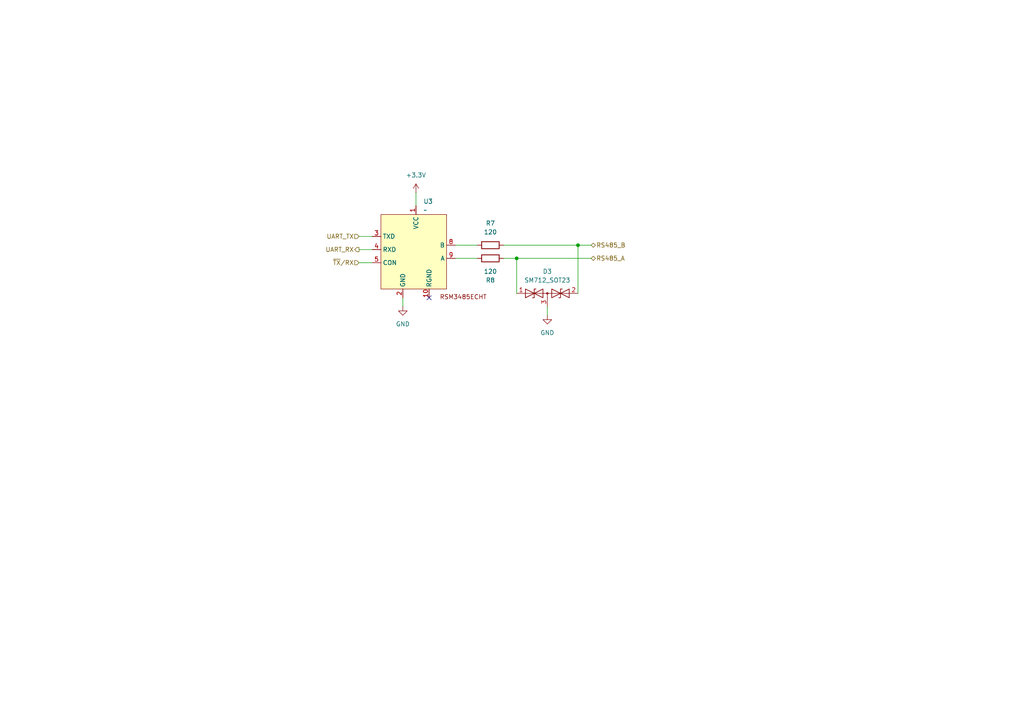
<source format=kicad_sch>
(kicad_sch
	(version 20250114)
	(generator "eeschema")
	(generator_version "9.0")
	(uuid "c598f9e5-ac1b-4a3e-bd6d-5579c1787fe4")
	(paper "A4")
	(lib_symbols
		(symbol "Device:R"
			(pin_numbers
				(hide yes)
			)
			(pin_names
				(offset 0)
			)
			(exclude_from_sim no)
			(in_bom yes)
			(on_board yes)
			(property "Reference" "R"
				(at 2.032 0 90)
				(effects
					(font
						(size 1.27 1.27)
					)
				)
			)
			(property "Value" "R"
				(at 0 0 90)
				(effects
					(font
						(size 1.27 1.27)
					)
				)
			)
			(property "Footprint" ""
				(at -1.778 0 90)
				(effects
					(font
						(size 1.27 1.27)
					)
					(hide yes)
				)
			)
			(property "Datasheet" "~"
				(at 0 0 0)
				(effects
					(font
						(size 1.27 1.27)
					)
					(hide yes)
				)
			)
			(property "Description" "Resistor"
				(at 0 0 0)
				(effects
					(font
						(size 1.27 1.27)
					)
					(hide yes)
				)
			)
			(property "ki_keywords" "R res resistor"
				(at 0 0 0)
				(effects
					(font
						(size 1.27 1.27)
					)
					(hide yes)
				)
			)
			(property "ki_fp_filters" "R_*"
				(at 0 0 0)
				(effects
					(font
						(size 1.27 1.27)
					)
					(hide yes)
				)
			)
			(symbol "R_0_1"
				(rectangle
					(start -1.016 -2.54)
					(end 1.016 2.54)
					(stroke
						(width 0.254)
						(type default)
					)
					(fill
						(type none)
					)
				)
			)
			(symbol "R_1_1"
				(pin passive line
					(at 0 3.81 270)
					(length 1.27)
					(name "~"
						(effects
							(font
								(size 1.27 1.27)
							)
						)
					)
					(number "1"
						(effects
							(font
								(size 1.27 1.27)
							)
						)
					)
				)
				(pin passive line
					(at 0 -3.81 90)
					(length 1.27)
					(name "~"
						(effects
							(font
								(size 1.27 1.27)
							)
						)
					)
					(number "2"
						(effects
							(font
								(size 1.27 1.27)
							)
						)
					)
				)
			)
			(embedded_fonts no)
		)
		(symbol "Diode:SM712_SOT23"
			(pin_names
				(offset 1.016)
				(hide yes)
			)
			(exclude_from_sim no)
			(in_bom yes)
			(on_board yes)
			(property "Reference" "D"
				(at 0 4.445 0)
				(effects
					(font
						(size 1.27 1.27)
					)
				)
			)
			(property "Value" "SM712_SOT23"
				(at 0 2.54 0)
				(effects
					(font
						(size 1.27 1.27)
					)
				)
			)
			(property "Footprint" "Package_TO_SOT_SMD:SOT-23"
				(at 0 -8.89 0)
				(effects
					(font
						(size 1.27 1.27)
					)
					(hide yes)
				)
			)
			(property "Datasheet" "https://www.littelfuse.com/~/media/electronics/datasheets/tvs_diode_arrays/littelfuse_tvs_diode_array_sm712_datasheet.pdf.pdf"
				(at -3.81 0 0)
				(effects
					(font
						(size 1.27 1.27)
					)
					(hide yes)
				)
			)
			(property "Description" "7V/12V, 600W Asymmetrical TVS Diode Array, SOT-23"
				(at 0 0 0)
				(effects
					(font
						(size 1.27 1.27)
					)
					(hide yes)
				)
			)
			(property "ki_keywords" "transient voltage suppressor thyrector transil"
				(at 0 0 0)
				(effects
					(font
						(size 1.27 1.27)
					)
					(hide yes)
				)
			)
			(property "ki_fp_filters" "SOT?23*"
				(at 0 0 0)
				(effects
					(font
						(size 1.27 1.27)
					)
					(hide yes)
				)
			)
			(symbol "SM712_SOT23_0_0"
				(polyline
					(pts
						(xy 0 -1.27) (xy 0 0)
					)
					(stroke
						(width 0)
						(type default)
					)
					(fill
						(type none)
					)
				)
			)
			(symbol "SM712_SOT23_0_1"
				(polyline
					(pts
						(xy -6.35 0) (xy 6.35 0)
					)
					(stroke
						(width 0)
						(type default)
					)
					(fill
						(type none)
					)
				)
				(polyline
					(pts
						(xy -6.35 -1.27) (xy -1.27 1.27) (xy -1.27 -1.27) (xy -6.35 1.27) (xy -6.35 -1.27)
					)
					(stroke
						(width 0.2032)
						(type default)
					)
					(fill
						(type none)
					)
				)
				(polyline
					(pts
						(xy -3.302 1.27) (xy -3.81 1.27) (xy -3.81 -1.27) (xy -4.318 -1.27)
					)
					(stroke
						(width 0.2032)
						(type default)
					)
					(fill
						(type none)
					)
				)
				(circle
					(center 0 0)
					(radius 0.254)
					(stroke
						(width 0)
						(type default)
					)
					(fill
						(type outline)
					)
				)
				(polyline
					(pts
						(xy 1.27 -1.27) (xy 1.27 1.27) (xy 6.35 -1.27) (xy 6.35 1.27) (xy 1.27 -1.27)
					)
					(stroke
						(width 0.2032)
						(type default)
					)
					(fill
						(type none)
					)
				)
				(polyline
					(pts
						(xy 4.318 1.27) (xy 3.81 1.27) (xy 3.81 -1.27) (xy 3.302 -1.27)
					)
					(stroke
						(width 0.2032)
						(type default)
					)
					(fill
						(type none)
					)
				)
			)
			(symbol "SM712_SOT23_1_1"
				(pin passive line
					(at -8.89 0 0)
					(length 2.54)
					(name "A1"
						(effects
							(font
								(size 1.27 1.27)
							)
						)
					)
					(number "1"
						(effects
							(font
								(size 1.27 1.27)
							)
						)
					)
				)
				(pin input line
					(at 0 -3.81 90)
					(length 2.54)
					(name "common"
						(effects
							(font
								(size 1.27 1.27)
							)
						)
					)
					(number "3"
						(effects
							(font
								(size 1.27 1.27)
							)
						)
					)
				)
				(pin passive line
					(at 8.89 0 180)
					(length 2.54)
					(name "A2"
						(effects
							(font
								(size 1.27 1.27)
							)
						)
					)
					(number "2"
						(effects
							(font
								(size 1.27 1.27)
							)
						)
					)
				)
			)
			(embedded_fonts no)
		)
		(symbol "Riqi_Parts:YLPTEC_RSM3485ECHT"
			(exclude_from_sim no)
			(in_bom yes)
			(on_board yes)
			(property "Reference" "U"
				(at 1.778 1.016 0)
				(effects
					(font
						(size 1.27 1.27)
					)
				)
			)
			(property "Value" ""
				(at 0 0 0)
				(effects
					(font
						(size 1.27 1.27)
					)
				)
			)
			(property "Footprint" "Riqi_Parts:YLPTEC RSM3485ECHT"
				(at 0 0 0)
				(effects
					(font
						(size 1.27 1.27)
					)
					(hide yes)
				)
			)
			(property "Datasheet" "https://lcsc.com/datasheet/lcsc_datasheet_2411051508_YLPTEC-RSM3485ECHT_C2992406.pdf"
				(at 0 0 0)
				(effects
					(font
						(size 1.27 1.27)
					)
					(hide yes)
				)
			)
			(property "Description" "RS485 ISOLATED MODULE"
				(at 0 0 0)
				(effects
					(font
						(size 1.27 1.27)
					)
					(hide yes)
				)
			)
			(symbol "YLPTEC_RSM3485ECHT_1_1"
				(rectangle
					(start -15.24 -1.27)
					(end 3.81 -22.86)
					(stroke
						(width 0)
						(type solid)
					)
					(fill
						(type background)
					)
				)
				(text "RSM3485ECHT"
					(at 8.636 -25.146 0)
					(effects
						(font
							(size 1.27 1.27)
						)
					)
				)
				(pin bidirectional line
					(at -17.78 -7.62 0)
					(length 2.54)
					(name "TXD"
						(effects
							(font
								(size 1.27 1.27)
							)
						)
					)
					(number "3"
						(effects
							(font
								(size 1.27 1.27)
							)
						)
					)
				)
				(pin bidirectional line
					(at -17.78 -11.43 0)
					(length 2.54)
					(name "RXD"
						(effects
							(font
								(size 1.27 1.27)
							)
						)
					)
					(number "4"
						(effects
							(font
								(size 1.27 1.27)
							)
						)
					)
				)
				(pin bidirectional line
					(at -17.78 -15.24 0)
					(length 2.54)
					(name "CON"
						(effects
							(font
								(size 1.27 1.27)
							)
						)
					)
					(number "5"
						(effects
							(font
								(size 1.27 1.27)
							)
						)
					)
				)
				(pin power_in line
					(at -8.89 -25.4 90)
					(length 2.54)
					(name "GND"
						(effects
							(font
								(size 1.27 1.27)
							)
						)
					)
					(number "2"
						(effects
							(font
								(size 1.27 1.27)
							)
						)
					)
				)
				(pin power_in line
					(at -5.08 1.27 270)
					(length 2.54)
					(name "VCC"
						(effects
							(font
								(size 1.27 1.27)
							)
						)
					)
					(number "1"
						(effects
							(font
								(size 1.27 1.27)
							)
						)
					)
				)
				(pin power_in line
					(at -1.27 -25.4 90)
					(length 2.54)
					(name "RGND"
						(effects
							(font
								(size 1.27 1.27)
							)
						)
					)
					(number "10"
						(effects
							(font
								(size 1.27 1.27)
							)
						)
					)
				)
				(pin bidirectional line
					(at 6.35 -10.16 180)
					(length 2.54)
					(name "B"
						(effects
							(font
								(size 1.27 1.27)
							)
						)
					)
					(number "8"
						(effects
							(font
								(size 1.27 1.27)
							)
						)
					)
				)
				(pin bidirectional line
					(at 6.35 -13.97 180)
					(length 2.54)
					(name "A"
						(effects
							(font
								(size 1.27 1.27)
							)
						)
					)
					(number "9"
						(effects
							(font
								(size 1.27 1.27)
							)
						)
					)
				)
			)
			(embedded_fonts no)
		)
		(symbol "power:+3.3V"
			(power)
			(pin_numbers
				(hide yes)
			)
			(pin_names
				(offset 0)
				(hide yes)
			)
			(exclude_from_sim no)
			(in_bom yes)
			(on_board yes)
			(property "Reference" "#PWR"
				(at 0 -3.81 0)
				(effects
					(font
						(size 1.27 1.27)
					)
					(hide yes)
				)
			)
			(property "Value" "+3.3V"
				(at 0 3.556 0)
				(effects
					(font
						(size 1.27 1.27)
					)
				)
			)
			(property "Footprint" ""
				(at 0 0 0)
				(effects
					(font
						(size 1.27 1.27)
					)
					(hide yes)
				)
			)
			(property "Datasheet" ""
				(at 0 0 0)
				(effects
					(font
						(size 1.27 1.27)
					)
					(hide yes)
				)
			)
			(property "Description" "Power symbol creates a global label with name \"+3.3V\""
				(at 0 0 0)
				(effects
					(font
						(size 1.27 1.27)
					)
					(hide yes)
				)
			)
			(property "ki_keywords" "global power"
				(at 0 0 0)
				(effects
					(font
						(size 1.27 1.27)
					)
					(hide yes)
				)
			)
			(symbol "+3.3V_0_1"
				(polyline
					(pts
						(xy -0.762 1.27) (xy 0 2.54)
					)
					(stroke
						(width 0)
						(type default)
					)
					(fill
						(type none)
					)
				)
				(polyline
					(pts
						(xy 0 2.54) (xy 0.762 1.27)
					)
					(stroke
						(width 0)
						(type default)
					)
					(fill
						(type none)
					)
				)
				(polyline
					(pts
						(xy 0 0) (xy 0 2.54)
					)
					(stroke
						(width 0)
						(type default)
					)
					(fill
						(type none)
					)
				)
			)
			(symbol "+3.3V_1_1"
				(pin power_in line
					(at 0 0 90)
					(length 0)
					(name "~"
						(effects
							(font
								(size 1.27 1.27)
							)
						)
					)
					(number "1"
						(effects
							(font
								(size 1.27 1.27)
							)
						)
					)
				)
			)
			(embedded_fonts no)
		)
		(symbol "power:GND"
			(power)
			(pin_numbers
				(hide yes)
			)
			(pin_names
				(offset 0)
				(hide yes)
			)
			(exclude_from_sim no)
			(in_bom yes)
			(on_board yes)
			(property "Reference" "#PWR"
				(at 0 -6.35 0)
				(effects
					(font
						(size 1.27 1.27)
					)
					(hide yes)
				)
			)
			(property "Value" "GND"
				(at 0 -3.81 0)
				(effects
					(font
						(size 1.27 1.27)
					)
				)
			)
			(property "Footprint" ""
				(at 0 0 0)
				(effects
					(font
						(size 1.27 1.27)
					)
					(hide yes)
				)
			)
			(property "Datasheet" ""
				(at 0 0 0)
				(effects
					(font
						(size 1.27 1.27)
					)
					(hide yes)
				)
			)
			(property "Description" "Power symbol creates a global label with name \"GND\" , ground"
				(at 0 0 0)
				(effects
					(font
						(size 1.27 1.27)
					)
					(hide yes)
				)
			)
			(property "ki_keywords" "global power"
				(at 0 0 0)
				(effects
					(font
						(size 1.27 1.27)
					)
					(hide yes)
				)
			)
			(symbol "GND_0_1"
				(polyline
					(pts
						(xy 0 0) (xy 0 -1.27) (xy 1.27 -1.27) (xy 0 -2.54) (xy -1.27 -1.27) (xy 0 -1.27)
					)
					(stroke
						(width 0)
						(type default)
					)
					(fill
						(type none)
					)
				)
			)
			(symbol "GND_1_1"
				(pin power_in line
					(at 0 0 270)
					(length 0)
					(name "~"
						(effects
							(font
								(size 1.27 1.27)
							)
						)
					)
					(number "1"
						(effects
							(font
								(size 1.27 1.27)
							)
						)
					)
				)
			)
			(embedded_fonts no)
		)
	)
	(junction
		(at 149.86 74.93)
		(diameter 0)
		(color 0 0 0 0)
		(uuid "22a05c60-5d36-418b-846c-3d12a24db8b7")
	)
	(junction
		(at 167.64 71.12)
		(diameter 0)
		(color 0 0 0 0)
		(uuid "8d1a6d2a-5f66-4e19-9c16-dbff270d981a")
	)
	(no_connect
		(at 124.46 86.36)
		(uuid "2650831e-5859-4c23-a617-4bfa3fad0e4a")
	)
	(wire
		(pts
			(xy 132.08 74.93) (xy 138.43 74.93)
		)
		(stroke
			(width 0)
			(type default)
		)
		(uuid "08e0511c-8639-4b40-a713-d70044e55388")
	)
	(wire
		(pts
			(xy 149.86 74.93) (xy 171.45 74.93)
		)
		(stroke
			(width 0)
			(type default)
		)
		(uuid "1fb5a839-dc20-4b3b-80b0-b795fdf1f1fc")
	)
	(wire
		(pts
			(xy 158.75 88.9) (xy 158.75 91.44)
		)
		(stroke
			(width 0)
			(type default)
		)
		(uuid "4404ae81-0b45-4fe3-bbe9-5bcd079727a1")
	)
	(wire
		(pts
			(xy 132.08 71.12) (xy 138.43 71.12)
		)
		(stroke
			(width 0)
			(type default)
		)
		(uuid "4b1c0ca7-5252-4128-b595-cea1268b7b62")
	)
	(wire
		(pts
			(xy 167.64 71.12) (xy 167.64 85.09)
		)
		(stroke
			(width 0)
			(type default)
		)
		(uuid "550c7850-f500-4207-b62d-98b7988187cc")
	)
	(wire
		(pts
			(xy 116.84 86.36) (xy 116.84 88.9)
		)
		(stroke
			(width 0)
			(type default)
		)
		(uuid "722016a8-0d8f-47ca-acbf-e94e241d7a00")
	)
	(wire
		(pts
			(xy 120.65 55.88) (xy 120.65 59.69)
		)
		(stroke
			(width 0)
			(type default)
		)
		(uuid "758e1150-b1bd-4640-96ed-8846eb51e1df")
	)
	(wire
		(pts
			(xy 167.64 71.12) (xy 171.45 71.12)
		)
		(stroke
			(width 0)
			(type default)
		)
		(uuid "8cd4dfb2-0dab-436c-b457-93b47a864543")
	)
	(wire
		(pts
			(xy 104.14 76.2) (xy 107.95 76.2)
		)
		(stroke
			(width 0)
			(type default)
		)
		(uuid "8e2da07c-4da6-474b-8e54-4b35999df8bf")
	)
	(wire
		(pts
			(xy 146.05 74.93) (xy 149.86 74.93)
		)
		(stroke
			(width 0)
			(type default)
		)
		(uuid "a0f65665-556f-4211-ad0c-d5572e382efa")
	)
	(wire
		(pts
			(xy 104.14 68.58) (xy 107.95 68.58)
		)
		(stroke
			(width 0)
			(type default)
		)
		(uuid "be3c2ce8-f5bb-44f7-872c-2228859f9a11")
	)
	(wire
		(pts
			(xy 146.05 71.12) (xy 167.64 71.12)
		)
		(stroke
			(width 0)
			(type default)
		)
		(uuid "c6952a33-6533-4675-9082-064513cf4810")
	)
	(wire
		(pts
			(xy 149.86 74.93) (xy 149.86 85.09)
		)
		(stroke
			(width 0)
			(type default)
		)
		(uuid "cbe2699c-a241-4fd3-8d8d-538c2a43dd30")
	)
	(wire
		(pts
			(xy 104.14 72.39) (xy 107.95 72.39)
		)
		(stroke
			(width 0)
			(type default)
		)
		(uuid "fd247c22-8a26-43f3-8f8b-c666597e51c6")
	)
	(hierarchical_label "UART_RX"
		(shape output)
		(at 104.14 72.39 180)
		(effects
			(font
				(size 1.27 1.27)
			)
			(justify right)
		)
		(uuid "0f9afdb3-b453-4c62-836f-458e6fa36d81")
	)
	(hierarchical_label "RS485_A"
		(shape bidirectional)
		(at 171.45 74.93 0)
		(effects
			(font
				(size 1.27 1.27)
			)
			(justify left)
		)
		(uuid "12b1f7c9-7f2f-40cb-93ac-d1c28f6f3224")
	)
	(hierarchical_label "~{TX}{slash}RX"
		(shape input)
		(at 104.14 76.2 180)
		(effects
			(font
				(size 1.27 1.27)
			)
			(justify right)
		)
		(uuid "9703bf3a-8ebc-491c-a183-053f1ea0cdcf")
	)
	(hierarchical_label "UART_TX"
		(shape input)
		(at 104.14 68.58 180)
		(effects
			(font
				(size 1.27 1.27)
			)
			(justify right)
		)
		(uuid "9de0f9c2-67d0-43c5-82cc-7cf0a2c9d038")
	)
	(hierarchical_label "RS485_B"
		(shape bidirectional)
		(at 171.45 71.12 0)
		(effects
			(font
				(size 1.27 1.27)
			)
			(justify left)
		)
		(uuid "b705b3ea-2db5-4ac7-bf16-6a529c457d97")
	)
	(symbol
		(lib_id "power:GND")
		(at 116.84 88.9 0)
		(unit 1)
		(exclude_from_sim no)
		(in_bom yes)
		(on_board yes)
		(dnp no)
		(fields_autoplaced yes)
		(uuid "0375b851-b1ff-42cc-892f-e9a474cb14b1")
		(property "Reference" "#PWR024"
			(at 116.84 95.25 0)
			(effects
				(font
					(size 1.27 1.27)
				)
				(hide yes)
			)
		)
		(property "Value" "GND"
			(at 116.84 93.98 0)
			(effects
				(font
					(size 1.27 1.27)
				)
			)
		)
		(property "Footprint" ""
			(at 116.84 88.9 0)
			(effects
				(font
					(size 1.27 1.27)
				)
				(hide yes)
			)
		)
		(property "Datasheet" ""
			(at 116.84 88.9 0)
			(effects
				(font
					(size 1.27 1.27)
				)
				(hide yes)
			)
		)
		(property "Description" "Power symbol creates a global label with name \"GND\" , ground"
			(at 116.84 88.9 0)
			(effects
				(font
					(size 1.27 1.27)
				)
				(hide yes)
			)
		)
		(pin "1"
			(uuid "434065af-173d-4b00-afbe-67fe1a2927cd")
		)
		(instances
			(project ""
				(path "/8290cc18-06d0-4e02-a781-29a61ebc321a/9e4d7a0c-a5eb-4e88-9036-0c35e68b279a/43a112db-786f-42fb-8db3-67286b51ed8f"
					(reference "#PWR024")
					(unit 1)
				)
			)
			(project "NIVARA_ZorionX_BOARD"
				(path "/8e19332e-3534-4a04-99a8-04957ac8928f/43a112db-786f-42fb-8db3-67286b51ed8f"
					(reference "#PWR?")
					(unit 1)
				)
			)
		)
	)
	(symbol
		(lib_id "Device:R")
		(at 142.24 71.12 90)
		(unit 1)
		(exclude_from_sim no)
		(in_bom yes)
		(on_board yes)
		(dnp no)
		(fields_autoplaced yes)
		(uuid "079a3814-b3db-4b43-8cfb-6ba794be0c93")
		(property "Reference" "R7"
			(at 142.24 64.77 90)
			(effects
				(font
					(size 1.27 1.27)
				)
			)
		)
		(property "Value" "120"
			(at 142.24 67.31 90)
			(effects
				(font
					(size 1.27 1.27)
				)
			)
		)
		(property "Footprint" "Resistor_SMD:R_0603_1608Metric"
			(at 142.24 72.898 90)
			(effects
				(font
					(size 1.27 1.27)
				)
				(hide yes)
			)
		)
		(property "Datasheet" "~"
			(at 142.24 71.12 0)
			(effects
				(font
					(size 1.27 1.27)
				)
				(hide yes)
			)
		)
		(property "Description" "Resistor"
			(at 142.24 71.12 0)
			(effects
				(font
					(size 1.27 1.27)
				)
				(hide yes)
			)
		)
		(pin "1"
			(uuid "b0d731c4-0639-40c1-81e2-eb9b9e8815db")
		)
		(pin "2"
			(uuid "046ee995-96a5-4ab5-b3a4-86d1f71390cb")
		)
		(instances
			(project ""
				(path "/8290cc18-06d0-4e02-a781-29a61ebc321a/9e4d7a0c-a5eb-4e88-9036-0c35e68b279a/43a112db-786f-42fb-8db3-67286b51ed8f"
					(reference "R7")
					(unit 1)
				)
			)
			(project "NIVARA_ZorionX_BOARD"
				(path "/8e19332e-3534-4a04-99a8-04957ac8928f/43a112db-786f-42fb-8db3-67286b51ed8f"
					(reference "R?")
					(unit 1)
				)
			)
		)
	)
	(symbol
		(lib_id "Riqi_Parts:YLPTEC_RSM3485ECHT")
		(at 125.73 60.96 0)
		(unit 1)
		(exclude_from_sim no)
		(in_bom yes)
		(on_board yes)
		(dnp no)
		(fields_autoplaced yes)
		(uuid "0b6916b1-d001-4d1f-b0e7-4ef2889cac37")
		(property "Reference" "U3"
			(at 122.7933 58.42 0)
			(effects
				(font
					(size 1.27 1.27)
				)
				(justify left)
			)
		)
		(property "Value" "~"
			(at 122.7933 60.96 0)
			(effects
				(font
					(size 1.27 1.27)
				)
				(justify left)
			)
		)
		(property "Footprint" "Riqi_Parts:YLPTEC RSM3485ECHT"
			(at 125.73 60.96 0)
			(effects
				(font
					(size 1.27 1.27)
				)
				(hide yes)
			)
		)
		(property "Datasheet" "https://lcsc.com/datasheet/lcsc_datasheet_2411051508_YLPTEC-RSM3485ECHT_C2992406.pdf"
			(at 125.73 60.96 0)
			(effects
				(font
					(size 1.27 1.27)
				)
				(hide yes)
			)
		)
		(property "Description" "RS485 ISOLATED MODULE"
			(at 125.73 60.96 0)
			(effects
				(font
					(size 1.27 1.27)
				)
				(hide yes)
			)
		)
		(pin "9"
			(uuid "b6f2c3f4-d41d-4d97-9591-f1b950cdbf75")
		)
		(pin "5"
			(uuid "461abd25-5a34-400a-b9f2-17492b11757d")
		)
		(pin "10"
			(uuid "f351cb6f-ebb6-4576-8e62-d7c8eaee149d")
		)
		(pin "8"
			(uuid "0effd02a-b0a2-4390-9439-582fa01661ae")
		)
		(pin "4"
			(uuid "1247548f-1916-4145-b634-5e94bbe88e2a")
		)
		(pin "1"
			(uuid "ec840838-b58f-481e-80b1-45827976244a")
		)
		(pin "2"
			(uuid "172d0647-4dc0-47cf-9829-a6911e24fb9f")
		)
		(pin "3"
			(uuid "6853de27-c6ae-4a96-b6b2-395f79bd6375")
		)
		(instances
			(project ""
				(path "/8290cc18-06d0-4e02-a781-29a61ebc321a/9e4d7a0c-a5eb-4e88-9036-0c35e68b279a/43a112db-786f-42fb-8db3-67286b51ed8f"
					(reference "U3")
					(unit 1)
				)
			)
			(project "NIVARA_ZorionX_BOARD"
				(path "/8e19332e-3534-4a04-99a8-04957ac8928f/43a112db-786f-42fb-8db3-67286b51ed8f"
					(reference "U?")
					(unit 1)
				)
			)
		)
	)
	(symbol
		(lib_id "Diode:SM712_SOT23")
		(at 158.75 85.09 0)
		(unit 1)
		(exclude_from_sim no)
		(in_bom yes)
		(on_board yes)
		(dnp no)
		(fields_autoplaced yes)
		(uuid "6fde49b7-df7d-4abc-b65a-ed035397880f")
		(property "Reference" "D3"
			(at 158.75 78.74 0)
			(effects
				(font
					(size 1.27 1.27)
				)
			)
		)
		(property "Value" "SM712_SOT23"
			(at 158.75 81.28 0)
			(effects
				(font
					(size 1.27 1.27)
				)
			)
		)
		(property "Footprint" "Package_TO_SOT_SMD:SOT-23"
			(at 158.75 93.98 0)
			(effects
				(font
					(size 1.27 1.27)
				)
				(hide yes)
			)
		)
		(property "Datasheet" "https://www.littelfuse.com/~/media/electronics/datasheets/tvs_diode_arrays/littelfuse_tvs_diode_array_sm712_datasheet.pdf.pdf"
			(at 154.94 85.09 0)
			(effects
				(font
					(size 1.27 1.27)
				)
				(hide yes)
			)
		)
		(property "Description" "7V/12V, 600W Asymmetrical TVS Diode Array, SOT-23"
			(at 158.75 85.09 0)
			(effects
				(font
					(size 1.27 1.27)
				)
				(hide yes)
			)
		)
		(pin "2"
			(uuid "05217b97-b996-4262-b113-a5f5eea2ccdc")
		)
		(pin "1"
			(uuid "dc3eabef-7bcc-4813-9c7d-9cb34962dc2f")
		)
		(pin "3"
			(uuid "9c407100-a769-4486-ad76-6a49e2e75586")
		)
		(instances
			(project ""
				(path "/8290cc18-06d0-4e02-a781-29a61ebc321a/9e4d7a0c-a5eb-4e88-9036-0c35e68b279a/43a112db-786f-42fb-8db3-67286b51ed8f"
					(reference "D3")
					(unit 1)
				)
			)
			(project "NIVARA_ZorionX_BOARD"
				(path "/8e19332e-3534-4a04-99a8-04957ac8928f/43a112db-786f-42fb-8db3-67286b51ed8f"
					(reference "D?")
					(unit 1)
				)
			)
		)
	)
	(symbol
		(lib_id "Device:R")
		(at 142.24 74.93 90)
		(mirror x)
		(unit 1)
		(exclude_from_sim no)
		(in_bom yes)
		(on_board yes)
		(dnp no)
		(uuid "8f0a9f59-a5bc-49b1-a382-e75e7a2d5f1f")
		(property "Reference" "R8"
			(at 142.24 81.28 90)
			(effects
				(font
					(size 1.27 1.27)
				)
			)
		)
		(property "Value" "120"
			(at 142.24 78.74 90)
			(effects
				(font
					(size 1.27 1.27)
				)
			)
		)
		(property "Footprint" "Resistor_SMD:R_0603_1608Metric"
			(at 142.24 73.152 90)
			(effects
				(font
					(size 1.27 1.27)
				)
				(hide yes)
			)
		)
		(property "Datasheet" "~"
			(at 142.24 74.93 0)
			(effects
				(font
					(size 1.27 1.27)
				)
				(hide yes)
			)
		)
		(property "Description" "Resistor"
			(at 142.24 74.93 0)
			(effects
				(font
					(size 1.27 1.27)
				)
				(hide yes)
			)
		)
		(pin "1"
			(uuid "8060033a-61fe-44ab-8a49-7e0d4ff31f5e")
		)
		(pin "2"
			(uuid "cf94365b-34fb-48c8-8e6c-9a97701ebf1f")
		)
		(instances
			(project "NIVARA"
				(path "/8290cc18-06d0-4e02-a781-29a61ebc321a/9e4d7a0c-a5eb-4e88-9036-0c35e68b279a/43a112db-786f-42fb-8db3-67286b51ed8f"
					(reference "R8")
					(unit 1)
				)
			)
			(project "NIVARA_ZorionX_BOARD"
				(path "/8e19332e-3534-4a04-99a8-04957ac8928f/43a112db-786f-42fb-8db3-67286b51ed8f"
					(reference "R?")
					(unit 1)
				)
			)
		)
	)
	(symbol
		(lib_id "power:+3.3V")
		(at 120.65 55.88 0)
		(unit 1)
		(exclude_from_sim no)
		(in_bom yes)
		(on_board yes)
		(dnp no)
		(fields_autoplaced yes)
		(uuid "bdc33729-c98f-481b-a33f-0eb96d072ec8")
		(property "Reference" "#PWR025"
			(at 120.65 59.69 0)
			(effects
				(font
					(size 1.27 1.27)
				)
				(hide yes)
			)
		)
		(property "Value" "+3.3V"
			(at 120.65 50.8 0)
			(effects
				(font
					(size 1.27 1.27)
				)
			)
		)
		(property "Footprint" ""
			(at 120.65 55.88 0)
			(effects
				(font
					(size 1.27 1.27)
				)
				(hide yes)
			)
		)
		(property "Datasheet" ""
			(at 120.65 55.88 0)
			(effects
				(font
					(size 1.27 1.27)
				)
				(hide yes)
			)
		)
		(property "Description" "Power symbol creates a global label with name \"+3.3V\""
			(at 120.65 55.88 0)
			(effects
				(font
					(size 1.27 1.27)
				)
				(hide yes)
			)
		)
		(pin "1"
			(uuid "bccb0630-3bdf-4c07-bb9e-742fdc3a68d5")
		)
		(instances
			(project ""
				(path "/8290cc18-06d0-4e02-a781-29a61ebc321a/9e4d7a0c-a5eb-4e88-9036-0c35e68b279a/43a112db-786f-42fb-8db3-67286b51ed8f"
					(reference "#PWR025")
					(unit 1)
				)
			)
			(project "NIVARA_ZorionX_BOARD"
				(path "/8e19332e-3534-4a04-99a8-04957ac8928f/43a112db-786f-42fb-8db3-67286b51ed8f"
					(reference "#PWR?")
					(unit 1)
				)
			)
		)
	)
	(symbol
		(lib_id "power:GND")
		(at 158.75 91.44 0)
		(unit 1)
		(exclude_from_sim no)
		(in_bom yes)
		(on_board yes)
		(dnp no)
		(fields_autoplaced yes)
		(uuid "fb5ae3c2-634d-4b95-8f6d-d83379a5db3f")
		(property "Reference" "#PWR026"
			(at 158.75 97.79 0)
			(effects
				(font
					(size 1.27 1.27)
				)
				(hide yes)
			)
		)
		(property "Value" "GND"
			(at 158.75 96.52 0)
			(effects
				(font
					(size 1.27 1.27)
				)
			)
		)
		(property "Footprint" ""
			(at 158.75 91.44 0)
			(effects
				(font
					(size 1.27 1.27)
				)
				(hide yes)
			)
		)
		(property "Datasheet" ""
			(at 158.75 91.44 0)
			(effects
				(font
					(size 1.27 1.27)
				)
				(hide yes)
			)
		)
		(property "Description" "Power symbol creates a global label with name \"GND\" , ground"
			(at 158.75 91.44 0)
			(effects
				(font
					(size 1.27 1.27)
				)
				(hide yes)
			)
		)
		(pin "1"
			(uuid "c06deeab-1f9e-44fa-9515-70cea071e256")
		)
		(instances
			(project "NIVARA"
				(path "/8290cc18-06d0-4e02-a781-29a61ebc321a/9e4d7a0c-a5eb-4e88-9036-0c35e68b279a/43a112db-786f-42fb-8db3-67286b51ed8f"
					(reference "#PWR026")
					(unit 1)
				)
			)
			(project "NIVARA_ZorionX_BOARD"
				(path "/8e19332e-3534-4a04-99a8-04957ac8928f/43a112db-786f-42fb-8db3-67286b51ed8f"
					(reference "#PWR?")
					(unit 1)
				)
			)
		)
	)
)

</source>
